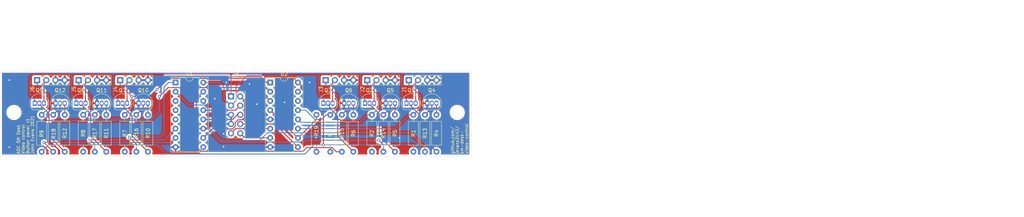
<source format=kicad_pcb>
(kicad_pcb (version 20171130) (host pcbnew "(5.1.4-0-10_14)")
  (layers (0 F.Cu signal) (31 B.Cu signal) (34 B.Paste user hide) (35 F.Paste user hide) (36 B.SilkS user hide) (37 F.SilkS user) (38 B.Mask user hide) (39 F.Mask user hide) (44 Edge.Cuts user))
  (net 0 "")
  (net 1 /SW_1)
  (net 2 "Net-(J1-Pad2)")
  (net 3 GND)
  (net 4 "Net-(J2-Pad2)")
  (net 5 /SW_2)
  (net 6 /SW_3)
  (net 7 "Net-(J3-Pad2)")
  (net 8 "Net-(J4-Pad2)")
  (net 9 /SW_4)
  (net 10 /SW_5)
  (net 11 "Net-(J5-Pad2)")
  (net 12 "Net-(J6-Pad2)")
  (net 13 /SW_6)
  (net 14 +7.5V)
  (net 15 "Net-(J7-Pad2)")
  (net 16 +3V3)
  (net 17 "Net-(J7-Pad4)")
  (net 18 "Net-(J7-Pad6)")
  (net 19 "Net-(J7-Pad8)")
  (net 20 "Net-(J7-Pad9)")
  (net 21 "Net-(J7-Pad10)")
  (net 22 "Net-(Q1-Pad2)")
  (net 23 "Net-(Q2-Pad2)")
  (net 24 "Net-(Q3-Pad2)")
  (net 25 /LED_1)
  (net 26 "Net-(Q4-Pad3)")
  (net 27 "Net-(Q5-Pad3)")
  (net 28 /LED_2)
  (net 29 /LED_3)
  (net 30 "Net-(Q6-Pad3)")
  (net 31 "Net-(Q7-Pad2)")
  (net 32 "Net-(Q8-Pad2)")
  (net 33 "Net-(Q9-Pad2)")
  (net 34 "Net-(Q10-Pad3)")
  (net 35 /LED_4)
  (net 36 /LED_5)
  (net 37 "Net-(Q11-Pad3)")
  (net 38 "Net-(Q12-Pad3)")
  (net 39 /LED_6)
  (net 40 "Net-(R13-Pad2)")
  (net 41 "Net-(R14-Pad2)")
  (net 42 "Net-(R15-Pad2)")
  (net 43 "Net-(R16-Pad2)")
  (net 44 "Net-(R17-Pad2)")
  (net 45 "Net-(R18-Pad2)")
  (net 46 "Net-(R19-Pad2)")
  (net 47 "Net-(U1-Pad5)")
  (net 48 "Net-(U1-Pad4)")
  (net 49 "Net-(U1-Pad3)")
  (net 50 "Net-(U1-Pad9)")
  (net 51 "Net-(U2-Pad14)")
  (net 52 "Net-(U2-Pad15)")
  (module Resistor_THT:R_Axial_DIN0207_L6.3mm_D2.5mm_P10.16mm_Horizontal (layer F.Cu) (at 42.905 65.195 270)
    (fp_text reference R9 (at 5.207 0 90) (layer F.SilkS))
    (fp_text value 4.7K)
    (pad 1 thru_hole circle (at 0 0 270) (size 1.6 1.6) (drill 0.8) (layers *.Cu *.Mask) (net 13 /SW_6))
    (pad 2 thru_hole oval (at 10.16 0 270) (size 1.6 1.6) (drill 0.8) (layers *.Cu *.Mask) (net 16 +3V3))
  )
  (module Package_DIP:DIP-16_W7.62mm_Socket (layer F.Cu) (at 105.77 56.305)
    (fp_text reference U2 (at 3.81 -2.33) (layer F.SilkS))
    (fp_text value SN74HC148)
    (pad 1 thru_hole rect (at 0 0) (size 1.6 1.6) (drill 0.8) (layers *.Cu *.Mask) (net 9 /SW_4))
    (pad 9 thru_hole oval (at 7.62 17.78) (size 1.6 1.6) (drill 0.8) (layers *.Cu *.Mask) (net 19 "Net-(J7-Pad8)"))
    (pad 2 thru_hole oval (at 0 2.54) (size 1.6 1.6) (drill 0.8) (layers *.Cu *.Mask) (net 10 /SW_5))
    (pad 10 thru_hole oval (at 7.62 15.24) (size 1.6 1.6) (drill 0.8) (layers *.Cu *.Mask) (net 46 "Net-(R19-Pad2)"))
    (pad 3 thru_hole oval (at 0 5.08) (size 1.6 1.6) (drill 0.8) (layers *.Cu *.Mask) (net 13 /SW_6))
    (pad 11 thru_hole oval (at 7.62 12.7) (size 1.6 1.6) (drill 0.8) (layers *.Cu *.Mask) (net 1 /SW_1))
    (pad 4 thru_hole oval (at 0 7.62) (size 1.6 1.6) (drill 0.8) (layers *.Cu *.Mask) (net 46 "Net-(R19-Pad2)"))
    (pad 12 thru_hole oval (at 7.62 10.16) (size 1.6 1.6) (drill 0.8) (layers *.Cu *.Mask) (net 5 /SW_2))
    (pad 5 thru_hole oval (at 0 10.16) (size 1.6 1.6) (drill 0.8) (layers *.Cu *.Mask) (net 3 GND))
    (pad 13 thru_hole oval (at 7.62 7.62) (size 1.6 1.6) (drill 0.8) (layers *.Cu *.Mask) (net 6 /SW_3))
    (pad 6 thru_hole oval (at 0 12.7) (size 1.6 1.6) (drill 0.8) (layers *.Cu *.Mask) (net 20 "Net-(J7-Pad9)"))
    (pad 14 thru_hole oval (at 7.62 5.08) (size 1.6 1.6) (drill 0.8) (layers *.Cu *.Mask) (net 51 "Net-(U2-Pad14)"))
    (pad 7 thru_hole oval (at 0 15.24) (size 1.6 1.6) (drill 0.8) (layers *.Cu *.Mask) (net 21 "Net-(J7-Pad10)"))
    (pad 15 thru_hole oval (at 7.62 2.54) (size 1.6 1.6) (drill 0.8) (layers *.Cu *.Mask) (net 52 "Net-(U2-Pad15)"))
    (pad 8 thru_hole oval (at 0 17.78) (size 1.6 1.6) (drill 0.8) (layers *.Cu *.Mask) (net 3 GND))
    (pad 16 thru_hole oval (at 7.62 0) (size 1.6 1.6) (drill 0.8) (layers *.Cu *.Mask) (net 16 +3V3))
  )
  (module Package_TO_SOT_THT:TO-92_Inline (layer F.Cu) (at 120.375 62.02)
    (fp_text reference Q3 (at 1.27 -3.56) (layer F.SilkS))
    (fp_text value 2N3906)
    (pad 2 thru_hole oval (at 1.27 0) (size 1.05 1.5) (drill 0.75) (layers *.Cu *.Mask) (net 24 "Net-(Q3-Pad2)"))
    (pad 3 thru_hole oval (at 2.54 0) (size 1.05 1.5) (drill 0.75) (layers *.Cu *.Mask) (net 7 "Net-(J3-Pad2)"))
    (pad 1 thru_hole rect (at 0 0) (size 1.05 1.5) (drill 0.75) (layers *.Cu *.Mask) (net 14 +7.5V))
  )
  (module Connector_PinHeader_2.54mm:PinHeader_AWHW_2x05_P2.54mm_Vertical (layer F.Cu) (at 94.975 60.115)
    (fp_text reference J7 (at 1.27 -5.715) (layer F.SilkS))
    (fp_text value Conn_02x05_Odd_Even)
    (pad 10 thru_hole oval (at 2.54 10.16) (size 1.7 1.7) (drill 1) (layers *.Cu *.Mask) (net 21 "Net-(J7-Pad10)"))
    (pad 9 thru_hole oval (at 0 10.16) (size 1.7 1.7) (drill 1) (layers *.Cu *.Mask) (net 20 "Net-(J7-Pad9)"))
    (pad 8 thru_hole oval (at 2.54 7.62) (size 1.7 1.7) (drill 1) (layers *.Cu *.Mask) (net 19 "Net-(J7-Pad8)"))
    (pad 7 thru_hole oval (at 0 7.62) (size 1.7 1.7) (drill 1) (layers *.Cu *.Mask) (net 3 GND))
    (pad 6 thru_hole oval (at 2.54 5.08) (size 1.7 1.7) (drill 1) (layers *.Cu *.Mask) (net 18 "Net-(J7-Pad6)"))
    (pad 5 thru_hole oval (at 0 5.08) (size 1.7 1.7) (drill 1) (layers *.Cu *.Mask) (net 3 GND))
    (pad 4 thru_hole oval (at 2.54 2.54) (size 1.7 1.7) (drill 1) (layers *.Cu *.Mask) (net 17 "Net-(J7-Pad4)"))
    (pad 3 thru_hole oval (at 0 2.54) (size 1.7 1.7) (drill 1) (layers *.Cu *.Mask) (net 16 +3V3))
    (pad 2 thru_hole oval (at 2.54 0) (size 1.7 1.7) (drill 1) (layers *.Cu *.Mask) (net 15 "Net-(J7-Pad2)"))
    (pad 1 thru_hole rect (at 0 0) (size 1.7 1.7) (drill 1) (layers *.Cu *.Mask) (net 14 +7.5V))
  )
  (module MountingHole:MountingHole_3.2mm_M3 (layer F.Cu) (at 35.285 64.56)
    (fp_text reference REF** hide)
    (fp_text value MountingHole_3.2mm_M3)
    (pad 1 np_thru_hole circle (at 0 0) (size 3.2 3.2) (drill 3.2) (layers *.Cu *.Mask))
  )
  (module MountingHole:MountingHole_3.2mm_M3 (layer F.Cu) (at 157.205 64.56)
    (fp_text reference REF** hide)
    (fp_text value MountingHole_3.2mm_M3)
    (pad 1 np_thru_hole circle (at 0 0) (size 3.2 3.2) (drill 3.2) (layers *.Cu *.Mask))
  )
  (module Connector_PinHeader_2.54mm:PinHeader_1x04_P2.54mm_Vertical (layer F.Cu) (at 143.87 55.67 90)
    (fp_text reference J1 (at -2.54 -1.27 90) (layer F.SilkS))
    (fp_text value Conn_01x04_Female)
    (pad 1 thru_hole rect (at 0 0 90) (size 1.7 1.7) (drill 1) (layers *.Cu *.Mask) (net 1 /SW_1))
    (pad 2 thru_hole oval (at 0 2.54 90) (size 1.7 1.7) (drill 1) (layers *.Cu *.Mask) (net 2 "Net-(J1-Pad2)"))
    (pad 3 thru_hole oval (at 0 5.08 90) (size 1.7 1.7) (drill 1) (layers *.Cu *.Mask) (net 3 GND))
    (pad 4 thru_hole oval (at 0 7.62 90) (size 1.7 1.7) (drill 1) (layers *.Cu *.Mask) (net 3 GND))
  )
  (module Connector_PinHeader_2.54mm:PinHeader_1x04_P2.54mm_Vertical (layer F.Cu) (at 132.44 55.67 90)
    (fp_text reference J2 (at -2.54 -1.27 90) (layer F.SilkS))
    (fp_text value Conn_01x04_Female)
    (pad 4 thru_hole oval (at 0 7.62 90) (size 1.7 1.7) (drill 1) (layers *.Cu *.Mask) (net 3 GND))
    (pad 3 thru_hole oval (at 0 5.08 90) (size 1.7 1.7) (drill 1) (layers *.Cu *.Mask) (net 3 GND))
    (pad 2 thru_hole oval (at 0 2.54 90) (size 1.7 1.7) (drill 1) (layers *.Cu *.Mask) (net 4 "Net-(J2-Pad2)"))
    (pad 1 thru_hole rect (at 0 0 90) (size 1.7 1.7) (drill 1) (layers *.Cu *.Mask) (net 5 /SW_2))
  )
  (module Connector_PinHeader_2.54mm:PinHeader_1x04_P2.54mm_Vertical (layer F.Cu) (at 121.01 55.67 90)
    (fp_text reference J3 (at -2.54 -1.27 90) (layer F.SilkS))
    (fp_text value Conn_01x04_Female)
    (pad 1 thru_hole rect (at 0 0 90) (size 1.7 1.7) (drill 1) (layers *.Cu *.Mask) (net 6 /SW_3))
    (pad 2 thru_hole oval (at 0 2.54 90) (size 1.7 1.7) (drill 1) (layers *.Cu *.Mask) (net 7 "Net-(J3-Pad2)"))
    (pad 3 thru_hole oval (at 0 5.08 90) (size 1.7 1.7) (drill 1) (layers *.Cu *.Mask) (net 3 GND))
    (pad 4 thru_hole oval (at 0 7.62 90) (size 1.7 1.7) (drill 1) (layers *.Cu *.Mask) (net 3 GND))
  )
  (module Connector_PinHeader_2.54mm:PinHeader_1x04_P2.54mm_Vertical (layer F.Cu) (at 64.495 55.67 90)
    (fp_text reference J4 (at -2.54 -1.27 90) (layer F.SilkS))
    (fp_text value Conn_01x04_Female)
    (pad 4 thru_hole oval (at 0 7.62 90) (size 1.7 1.7) (drill 1) (layers *.Cu *.Mask) (net 3 GND))
    (pad 3 thru_hole oval (at 0 5.08 90) (size 1.7 1.7) (drill 1) (layers *.Cu *.Mask) (net 3 GND))
    (pad 2 thru_hole oval (at 0 2.54 90) (size 1.7 1.7) (drill 1) (layers *.Cu *.Mask) (net 8 "Net-(J4-Pad2)"))
    (pad 1 thru_hole rect (at 0 0 90) (size 1.7 1.7) (drill 1) (layers *.Cu *.Mask) (net 9 /SW_4))
  )
  (module Connector_PinHeader_2.54mm:PinHeader_1x04_P2.54mm_Vertical (layer F.Cu) (at 53.065 55.67 90)
    (fp_text reference J5 (at -2.54 -1.27 90) (layer F.SilkS))
    (fp_text value Conn_01x04_Female)
    (pad 1 thru_hole rect (at 0 0 90) (size 1.7 1.7) (drill 1) (layers *.Cu *.Mask) (net 10 /SW_5))
    (pad 2 thru_hole oval (at 0 2.54 90) (size 1.7 1.7) (drill 1) (layers *.Cu *.Mask) (net 11 "Net-(J5-Pad2)"))
    (pad 3 thru_hole oval (at 0 5.08 90) (size 1.7 1.7) (drill 1) (layers *.Cu *.Mask) (net 3 GND))
    (pad 4 thru_hole oval (at 0 7.62 90) (size 1.7 1.7) (drill 1) (layers *.Cu *.Mask) (net 3 GND))
  )
  (module Connector_PinHeader_2.54mm:PinHeader_1x04_P2.54mm_Vertical (layer F.Cu) (at 41.635 55.67 90)
    (fp_text reference J6 (at -2.54 -1.27 90) (layer F.SilkS))
    (fp_text value Conn_01x04_Female)
    (pad 4 thru_hole oval (at 0 7.62 90) (size 1.7 1.7) (drill 1) (layers *.Cu *.Mask) (net 3 GND))
    (pad 3 thru_hole oval (at 0 5.08 90) (size 1.7 1.7) (drill 1) (layers *.Cu *.Mask) (net 3 GND))
    (pad 2 thru_hole oval (at 0 2.54 90) (size 1.7 1.7) (drill 1) (layers *.Cu *.Mask) (net 12 "Net-(J6-Pad2)"))
    (pad 1 thru_hole rect (at 0 0 90) (size 1.7 1.7) (drill 1) (layers *.Cu *.Mask) (net 13 /SW_6))
  )
  (module Package_TO_SOT_THT:TO-92_Inline (layer F.Cu) (at 143.235 62.02)
    (fp_text reference Q1 (at 1.27 -3.56) (layer F.SilkS))
    (fp_text value 2N3906)
    (pad 2 thru_hole oval (at 1.27 0) (size 1.05 1.5) (drill 0.75) (layers *.Cu *.Mask) (net 22 "Net-(Q1-Pad2)"))
    (pad 3 thru_hole oval (at 2.54 0) (size 1.05 1.5) (drill 0.75) (layers *.Cu *.Mask) (net 2 "Net-(J1-Pad2)"))
    (pad 1 thru_hole rect (at 0 0) (size 1.05 1.5) (drill 0.75) (layers *.Cu *.Mask) (net 14 +7.5V))
  )
  (module Package_TO_SOT_THT:TO-92_Inline (layer F.Cu) (at 131.805 62.02)
    (fp_text reference Q2 (at 1.27 -3.56) (layer F.SilkS))
    (fp_text value 2N3906)
    (pad 2 thru_hole oval (at 1.27 0) (size 1.05 1.5) (drill 0.75) (layers *.Cu *.Mask) (net 23 "Net-(Q2-Pad2)"))
    (pad 3 thru_hole oval (at 2.54 0) (size 1.05 1.5) (drill 0.75) (layers *.Cu *.Mask) (net 4 "Net-(J2-Pad2)"))
    (pad 1 thru_hole rect (at 0 0) (size 1.05 1.5) (drill 0.75) (layers *.Cu *.Mask) (net 14 +7.5V))
  )
  (module Package_TO_SOT_THT:TO-92_Inline (layer F.Cu) (at 148.95 62.02)
    (fp_text reference Q4 (at 1.27 -3.56) (layer F.SilkS))
    (fp_text value KSP43BU)
    (pad 2 thru_hole oval (at 1.27 0) (size 1.05 1.5) (drill 0.75) (layers *.Cu *.Mask) (net 25 /LED_1))
    (pad 3 thru_hole oval (at 2.54 0) (size 1.05 1.5) (drill 0.75) (layers *.Cu *.Mask) (net 26 "Net-(Q4-Pad3)"))
    (pad 1 thru_hole rect (at 0 0) (size 1.05 1.5) (drill 0.75) (layers *.Cu *.Mask) (net 3 GND))
  )
  (module Package_TO_SOT_THT:TO-92_Inline (layer F.Cu) (at 137.52 62.02)
    (fp_text reference Q5 (at 1.27 -3.56) (layer F.SilkS))
    (fp_text value KSP43BU)
    (pad 1 thru_hole rect (at 0 0) (size 1.05 1.5) (drill 0.75) (layers *.Cu *.Mask) (net 3 GND))
    (pad 3 thru_hole oval (at 2.54 0) (size 1.05 1.5) (drill 0.75) (layers *.Cu *.Mask) (net 27 "Net-(Q5-Pad3)"))
    (pad 2 thru_hole oval (at 1.27 0) (size 1.05 1.5) (drill 0.75) (layers *.Cu *.Mask) (net 28 /LED_2))
  )
  (module Package_TO_SOT_THT:TO-92_Inline (layer F.Cu) (at 126.09 62.02)
    (fp_text reference Q6 (at 1.27 -3.56) (layer F.SilkS))
    (fp_text value KSP43BU)
    (pad 2 thru_hole oval (at 1.27 0) (size 1.05 1.5) (drill 0.75) (layers *.Cu *.Mask) (net 29 /LED_3))
    (pad 3 thru_hole oval (at 2.54 0) (size 1.05 1.5) (drill 0.75) (layers *.Cu *.Mask) (net 30 "Net-(Q6-Pad3)"))
    (pad 1 thru_hole rect (at 0 0) (size 1.05 1.5) (drill 0.75) (layers *.Cu *.Mask) (net 3 GND))
  )
  (module Package_TO_SOT_THT:TO-92_Inline (layer F.Cu) (at 63.86 62.02)
    (fp_text reference Q7 (at 1.27 -3.56) (layer F.SilkS))
    (fp_text value 2N3906)
    (pad 1 thru_hole rect (at 0 0) (size 1.05 1.5) (drill 0.75) (layers *.Cu *.Mask) (net 14 +7.5V))
    (pad 3 thru_hole oval (at 2.54 0) (size 1.05 1.5) (drill 0.75) (layers *.Cu *.Mask) (net 8 "Net-(J4-Pad2)"))
    (pad 2 thru_hole oval (at 1.27 0) (size 1.05 1.5) (drill 0.75) (layers *.Cu *.Mask) (net 31 "Net-(Q7-Pad2)"))
  )
  (module Package_TO_SOT_THT:TO-92_Inline (layer F.Cu) (at 52.43 62.02)
    (fp_text reference Q8 (at 1.27 -3.56) (layer F.SilkS))
    (fp_text value 2N3906)
    (pad 1 thru_hole rect (at 0 0) (size 1.05 1.5) (drill 0.75) (layers *.Cu *.Mask) (net 14 +7.5V))
    (pad 3 thru_hole oval (at 2.54 0) (size 1.05 1.5) (drill 0.75) (layers *.Cu *.Mask) (net 11 "Net-(J5-Pad2)"))
    (pad 2 thru_hole oval (at 1.27 0) (size 1.05 1.5) (drill 0.75) (layers *.Cu *.Mask) (net 32 "Net-(Q8-Pad2)"))
  )
  (module Package_TO_SOT_THT:TO-92_Inline (layer F.Cu) (at 41 62.02)
    (fp_text reference Q9 (at 1.27 -3.56) (layer F.SilkS))
    (fp_text value 2N3906)
    (pad 1 thru_hole rect (at 0 0) (size 1.05 1.5) (drill 0.75) (layers *.Cu *.Mask) (net 14 +7.5V))
    (pad 3 thru_hole oval (at 2.54 0) (size 1.05 1.5) (drill 0.75) (layers *.Cu *.Mask) (net 12 "Net-(J6-Pad2)"))
    (pad 2 thru_hole oval (at 1.27 0) (size 1.05 1.5) (drill 0.75) (layers *.Cu *.Mask) (net 33 "Net-(Q9-Pad2)"))
  )
  (module Package_TO_SOT_THT:TO-92_Inline (layer F.Cu) (at 69.575 62.02)
    (fp_text reference Q10 (at 1.27 -3.56) (layer F.SilkS))
    (fp_text value KSP43BU)
    (pad 1 thru_hole rect (at 0 0) (size 1.05 1.5) (drill 0.75) (layers *.Cu *.Mask) (net 3 GND))
    (pad 3 thru_hole oval (at 2.54 0) (size 1.05 1.5) (drill 0.75) (layers *.Cu *.Mask) (net 34 "Net-(Q10-Pad3)"))
    (pad 2 thru_hole oval (at 1.27 0) (size 1.05 1.5) (drill 0.75) (layers *.Cu *.Mask) (net 35 /LED_4))
  )
  (module Package_TO_SOT_THT:TO-92_Inline (layer F.Cu) (at 58.145 62.02)
    (fp_text reference Q11 (at 1.27 -3.56) (layer F.SilkS))
    (fp_text value KSP43BU)
    (pad 2 thru_hole oval (at 1.27 0) (size 1.05 1.5) (drill 0.75) (layers *.Cu *.Mask) (net 36 /LED_5))
    (pad 3 thru_hole oval (at 2.54 0) (size 1.05 1.5) (drill 0.75) (layers *.Cu *.Mask) (net 37 "Net-(Q11-Pad3)"))
    (pad 1 thru_hole rect (at 0 0) (size 1.05 1.5) (drill 0.75) (layers *.Cu *.Mask) (net 3 GND))
  )
  (module Package_TO_SOT_THT:TO-92_Inline (layer F.Cu) (at 46.715 62.02)
    (fp_text reference Q12 (at 1.27 -3.56) (layer F.SilkS))
    (fp_text value KSP43BU)
    (pad 1 thru_hole rect (at 0 0) (size 1.05 1.5) (drill 0.75) (layers *.Cu *.Mask) (net 3 GND))
    (pad 3 thru_hole oval (at 2.54 0) (size 1.05 1.5) (drill 0.75) (layers *.Cu *.Mask) (net 38 "Net-(Q12-Pad3)"))
    (pad 2 thru_hole oval (at 1.27 0) (size 1.05 1.5) (drill 0.75) (layers *.Cu *.Mask) (net 39 /LED_6))
  )
  (module Resistor_THT:R_Axial_DIN0207_L6.3mm_D2.5mm_P10.16mm_Horizontal (layer F.Cu) (at 145.14 65.195 270)
    (fp_text reference R1 (at 5.08 0 90) (layer F.SilkS))
    (fp_text value 4.7K)
    (pad 2 thru_hole oval (at 10.16 0 270) (size 1.6 1.6) (drill 0.8) (layers *.Cu *.Mask) (net 16 +3V3))
    (pad 1 thru_hole circle (at 0 0 270) (size 1.6 1.6) (drill 0.8) (layers *.Cu *.Mask) (net 1 /SW_1))
  )
  (module Resistor_THT:R_Axial_DIN0207_L6.3mm_D2.5mm_P10.16mm_Horizontal (layer F.Cu) (at 133.71 65.195 270)
    (fp_text reference R2 (at 5.08 0 90) (layer F.SilkS))
    (fp_text value 4.7K)
    (pad 2 thru_hole oval (at 10.16 0 270) (size 1.6 1.6) (drill 0.8) (layers *.Cu *.Mask) (net 16 +3V3))
    (pad 1 thru_hole circle (at 0 0 270) (size 1.6 1.6) (drill 0.8) (layers *.Cu *.Mask) (net 5 /SW_2))
  )
  (module Resistor_THT:R_Axial_DIN0207_L6.3mm_D2.5mm_P10.16mm_Horizontal (layer F.Cu) (at 122.28 65.195 270)
    (fp_text reference R3 (at 5.08 0 90) (layer F.SilkS))
    (fp_text value 4.7K)
    (pad 1 thru_hole circle (at 0 0 270) (size 1.6 1.6) (drill 0.8) (layers *.Cu *.Mask) (net 6 /SW_3))
    (pad 2 thru_hole oval (at 10.16 0 270) (size 1.6 1.6) (drill 0.8) (layers *.Cu *.Mask) (net 16 +3V3))
  )
  (module Resistor_THT:R_Axial_DIN0207_L6.3mm_D2.5mm_P10.16mm_Horizontal (layer F.Cu) (at 151.49 65.195 270)
    (fp_text reference R4 (at 5.08 0 90) (layer F.SilkS))
    (fp_text value 4.7K)
    (pad 2 thru_hole oval (at 10.16 0 270) (size 1.6 1.6) (drill 0.8) (layers *.Cu *.Mask) (net 22 "Net-(Q1-Pad2)"))
    (pad 1 thru_hole circle (at 0 0 270) (size 1.6 1.6) (drill 0.8) (layers *.Cu *.Mask) (net 26 "Net-(Q4-Pad3)"))
  )
  (module Resistor_THT:R_Axial_DIN0207_L6.3mm_D2.5mm_P10.16mm_Horizontal (layer F.Cu) (at 140.06 65.195 270)
    (fp_text reference R5 (at 5.08 0 90) (layer F.SilkS))
    (fp_text value 4.7K)
    (pad 2 thru_hole oval (at 10.16 0 270) (size 1.6 1.6) (drill 0.8) (layers *.Cu *.Mask) (net 23 "Net-(Q2-Pad2)"))
    (pad 1 thru_hole circle (at 0 0 270) (size 1.6 1.6) (drill 0.8) (layers *.Cu *.Mask) (net 27 "Net-(Q5-Pad3)"))
  )
  (module Resistor_THT:R_Axial_DIN0207_L6.3mm_D2.5mm_P10.16mm_Horizontal (layer F.Cu) (at 128.63 65.195 270)
    (fp_text reference R6 (at 5.08 0 90) (layer F.SilkS))
    (fp_text value 4.7K)
    (pad 1 thru_hole circle (at 0 0 270) (size 1.6 1.6) (drill 0.8) (layers *.Cu *.Mask) (net 30 "Net-(Q6-Pad3)"))
    (pad 2 thru_hole oval (at 10.16 0 270) (size 1.6 1.6) (drill 0.8) (layers *.Cu *.Mask) (net 24 "Net-(Q3-Pad2)"))
  )
  (module Resistor_THT:R_Axial_DIN0207_L6.3mm_D2.5mm_P10.16mm_Horizontal (layer F.Cu) (at 65.765 65.195 270)
    (fp_text reference R7 (at 5.08 0 90) (layer F.SilkS))
    (fp_text value 4.7K)
    (pad 1 thru_hole circle (at 0 0 270) (size 1.6 1.6) (drill 0.8) (layers *.Cu *.Mask) (net 9 /SW_4))
    (pad 2 thru_hole oval (at 10.16 0 270) (size 1.6 1.6) (drill 0.8) (layers *.Cu *.Mask) (net 16 +3V3))
  )
  (module Resistor_THT:R_Axial_DIN0207_L6.3mm_D2.5mm_P10.16mm_Horizontal (layer F.Cu) (at 54.335 65.195 270)
    (fp_text reference R8 (at 5.08 0 90) (layer F.SilkS))
    (fp_text value 4.7K)
    (pad 1 thru_hole circle (at 0 0 270) (size 1.6 1.6) (drill 0.8) (layers *.Cu *.Mask) (net 10 /SW_5))
    (pad 2 thru_hole oval (at 10.16 0 270) (size 1.6 1.6) (drill 0.8) (layers *.Cu *.Mask) (net 16 +3V3))
  )
  (module Resistor_THT:R_Axial_DIN0207_L6.3mm_D2.5mm_P10.16mm_Horizontal (layer F.Cu) (at 72.115 65.195 270)
    (fp_text reference R10 (at 5.08 0 90) (layer F.SilkS))
    (fp_text value 4.7K)
    (pad 1 thru_hole circle (at 0 0 270) (size 1.6 1.6) (drill 0.8) (layers *.Cu *.Mask) (net 34 "Net-(Q10-Pad3)"))
    (pad 2 thru_hole oval (at 10.16 0 270) (size 1.6 1.6) (drill 0.8) (layers *.Cu *.Mask) (net 31 "Net-(Q7-Pad2)"))
  )
  (module Resistor_THT:R_Axial_DIN0207_L6.3mm_D2.5mm_P10.16mm_Horizontal (layer F.Cu) (at 60.685 65.195 270)
    (fp_text reference R11 (at 5.08 0 90) (layer F.SilkS))
    (fp_text value 4.7K)
    (pad 1 thru_hole circle (at 0 0 270) (size 1.6 1.6) (drill 0.8) (layers *.Cu *.Mask) (net 37 "Net-(Q11-Pad3)"))
    (pad 2 thru_hole oval (at 10.16 0 270) (size 1.6 1.6) (drill 0.8) (layers *.Cu *.Mask) (net 32 "Net-(Q8-Pad2)"))
  )
  (module Resistor_THT:R_Axial_DIN0207_L6.3mm_D2.5mm_P10.16mm_Horizontal (layer F.Cu) (at 49.255 65.195 270)
    (fp_text reference R12 (at 5.08 0 90) (layer F.SilkS))
    (fp_text value 4.7K)
    (pad 2 thru_hole oval (at 10.16 0 270) (size 1.6 1.6) (drill 0.8) (layers *.Cu *.Mask) (net 33 "Net-(Q9-Pad2)"))
    (pad 1 thru_hole circle (at 0 0 270) (size 1.6 1.6) (drill 0.8) (layers *.Cu *.Mask) (net 38 "Net-(Q12-Pad3)"))
  )
  (module Resistor_THT:R_Axial_DIN0207_L6.3mm_D2.5mm_P10.16mm_Horizontal (layer F.Cu) (at 148.315 65.195 270)
    (fp_text reference R13 (at 5.08 0 90) (layer F.SilkS))
    (fp_text value 4.7K)
    (pad 2 thru_hole oval (at 10.16 0 270) (size 1.6 1.6) (drill 0.8) (layers *.Cu *.Mask) (net 40 "Net-(R13-Pad2)"))
    (pad 1 thru_hole circle (at 0 0 270) (size 1.6 1.6) (drill 0.8) (layers *.Cu *.Mask) (net 25 /LED_1))
  )
  (module Resistor_THT:R_Axial_DIN0207_L6.3mm_D2.5mm_P10.16mm_Horizontal (layer F.Cu) (at 136.885 65.195 270)
    (fp_text reference R14 (at 5.08 0 90) (layer F.SilkS))
    (fp_text value 4.7K)
    (pad 1 thru_hole circle (at 0 0 270) (size 1.6 1.6) (drill 0.8) (layers *.Cu *.Mask) (net 28 /LED_2))
    (pad 2 thru_hole oval (at 10.16 0 270) (size 1.6 1.6) (drill 0.8) (layers *.Cu *.Mask) (net 41 "Net-(R14-Pad2)"))
  )
  (module Resistor_THT:R_Axial_DIN0207_L6.3mm_D2.5mm_P10.16mm_Horizontal (layer F.Cu) (at 125.455 65.195 270)
    (fp_text reference R15 (at 5.08 0 90) (layer F.SilkS))
    (fp_text value 4.7K)
    (pad 2 thru_hole oval (at 10.16 0 270) (size 1.6 1.6) (drill 0.8) (layers *.Cu *.Mask) (net 42 "Net-(R15-Pad2)"))
    (pad 1 thru_hole circle (at 0 0 270) (size 1.6 1.6) (drill 0.8) (layers *.Cu *.Mask) (net 29 /LED_3))
  )
  (module Resistor_THT:R_Axial_DIN0207_L6.3mm_D2.5mm_P10.16mm_Horizontal (layer F.Cu) (at 68.94 65.195 270)
    (fp_text reference R16 (at 5.08 0 90) (layer F.SilkS))
    (fp_text value 4.7K)
    (pad 1 thru_hole circle (at 0 0 270) (size 1.6 1.6) (drill 0.8) (layers *.Cu *.Mask) (net 35 /LED_4))
    (pad 2 thru_hole oval (at 10.16 0 270) (size 1.6 1.6) (drill 0.8) (layers *.Cu *.Mask) (net 43 "Net-(R16-Pad2)"))
  )
  (module Resistor_THT:R_Axial_DIN0207_L6.3mm_D2.5mm_P10.16mm_Horizontal (layer F.Cu) (at 57.51 65.195 270)
    (fp_text reference R17 (at 5.08 0 90) (layer F.SilkS))
    (fp_text value 4.7K)
    (pad 2 thru_hole oval (at 10.16 0 270) (size 1.6 1.6) (drill 0.8) (layers *.Cu *.Mask) (net 44 "Net-(R17-Pad2)"))
    (pad 1 thru_hole circle (at 0 0 270) (size 1.6 1.6) (drill 0.8) (layers *.Cu *.Mask) (net 36 /LED_5))
  )
  (module Resistor_THT:R_Axial_DIN0207_L6.3mm_D2.5mm_P10.16mm_Horizontal (layer F.Cu) (at 46.08 65.195 270)
    (fp_text reference R18 (at 5.207 -0.127 90) (layer F.SilkS))
    (fp_text value 4.7K)
    (pad 1 thru_hole circle (at 0 0 270) (size 1.6 1.6) (drill 0.8) (layers *.Cu *.Mask) (net 39 /LED_6))
    (pad 2 thru_hole oval (at 10.16 0 270) (size 1.6 1.6) (drill 0.8) (layers *.Cu *.Mask) (net 45 "Net-(R18-Pad2)"))
  )
  (module Resistor_THT:R_Axial_DIN0207_L6.3mm_D2.5mm_P10.16mm_Horizontal (layer F.Cu) (at 118.47 75.355 90)
    (fp_text reference R19 (at 5.715 0 90) (layer F.SilkS))
    (fp_text value 4.7K)
    (pad 2 thru_hole oval (at 10.16 0 90) (size 1.6 1.6) (drill 0.8) (layers *.Cu *.Mask) (net 46 "Net-(R19-Pad2)"))
    (pad 1 thru_hole circle (at 0 0 90) (size 1.6 1.6) (drill 0.8) (layers *.Cu *.Mask) (net 16 +3V3))
  )
  (module Package_DIP:DIP-16_W7.62mm_Socket (layer F.Cu) (at 79.735 56.305)
    (fp_text reference U1 (at 3.81 -2.33) (layer F.SilkS))
    (fp_text value CD4028BEE4)
    (pad 16 thru_hole oval (at 7.62 0) (size 1.6 1.6) (drill 0.8) (layers *.Cu *.Mask) (net 16 +3V3))
    (pad 8 thru_hole oval (at 0 17.78) (size 1.6 1.6) (drill 0.8) (layers *.Cu *.Mask) (net 3 GND))
    (pad 15 thru_hole oval (at 7.62 2.54) (size 1.6 1.6) (drill 0.8) (layers *.Cu *.Mask) (net 42 "Net-(R15-Pad2)"))
    (pad 7 thru_hole oval (at 0 15.24) (size 1.6 1.6) (drill 0.8) (layers *.Cu *.Mask) (net 45 "Net-(R18-Pad2)"))
    (pad 14 thru_hole oval (at 7.62 5.08) (size 1.6 1.6) (drill 0.8) (layers *.Cu *.Mask) (net 40 "Net-(R13-Pad2)"))
    (pad 6 thru_hole oval (at 0 12.7) (size 1.6 1.6) (drill 0.8) (layers *.Cu *.Mask) (net 44 "Net-(R17-Pad2)"))
    (pad 13 thru_hole oval (at 7.62 7.62) (size 1.6 1.6) (drill 0.8) (layers *.Cu *.Mask) (net 17 "Net-(J7-Pad4)"))
    (pad 5 thru_hole oval (at 0 10.16) (size 1.6 1.6) (drill 0.8) (layers *.Cu *.Mask) (net 47 "Net-(U1-Pad5)"))
    (pad 12 thru_hole oval (at 7.62 10.16) (size 1.6 1.6) (drill 0.8) (layers *.Cu *.Mask) (net 18 "Net-(J7-Pad6)"))
    (pad 4 thru_hole oval (at 0 7.62) (size 1.6 1.6) (drill 0.8) (layers *.Cu *.Mask) (net 48 "Net-(U1-Pad4)"))
    (pad 11 thru_hole oval (at 7.62 12.7) (size 1.6 1.6) (drill 0.8) (layers *.Cu *.Mask) (net 3 GND))
    (pad 3 thru_hole oval (at 0 5.08) (size 1.6 1.6) (drill 0.8) (layers *.Cu *.Mask) (net 49 "Net-(U1-Pad3)"))
    (pad 10 thru_hole oval (at 7.62 15.24) (size 1.6 1.6) (drill 0.8) (layers *.Cu *.Mask) (net 15 "Net-(J7-Pad2)"))
    (pad 2 thru_hole oval (at 0 2.54) (size 1.6 1.6) (drill 0.8) (layers *.Cu *.Mask) (net 41 "Net-(R14-Pad2)"))
    (pad 9 thru_hole oval (at 7.62 17.78) (size 1.6 1.6) (drill 0.8) (layers *.Cu *.Mask) (net 50 "Net-(U1-Pad9)"))
    (pad 1 thru_hole rect (at 0 0) (size 1.6 1.6) (drill 0.8) (layers *.Cu *.Mask) (net 43 "Net-(R16-Pad2)"))
  )
  (gr_text "github.com/\njevans3142/\nsm-desk-\nvideo-control" (at 157.84 75.99 90) (layer F.SilkS) (effects (font (size 0.8 0.8) (thickness 0.125)) (justify left)))
  (gr_text "ADC SM Desk \nVideo control\nButton panel v1\nJohn Evans 2021" (at 38.46 75.99 90) (layer F.SilkS) (effects (font (size 0.8 0.8) (thickness 0.125)) (justify left)))
  (gr_line (start 31.475 53.13) (end 31.475 76.625) (layer Edge.Cuts) (width 0.05))
  (gr_line (start 31.475 76.625) (end 161.015 76.625) (layer Edge.Cuts) (width 0.05))
  (gr_line (start 161.015 53.13) (end 31.475 53.13) (layer Edge.Cuts) (width 0.05))
  (gr_line (start 161.015 76.625) (end 161.015 53.13) (layer Edge.Cuts) (width 0.05))
  (segment (start 143.87 56.77) (end 147.045 59.945) (width 0.25) (layer B.Cu) (net 1))
  (segment (start 143.87 55.67) (end 143.87 56.77) (width 0.25) (layer B.Cu) (net 1))
  (segment (start 147.045 63.29) (end 145.14 65.195) (width 0.25) (layer B.Cu) (net 1))
  (segment (start 147.045 59.945) (end 147.045 63.29) (width 0.25) (layer B.Cu) (net 1))
  (segment (start 140.19863 69.005) (end 114.52137 69.005) (width 0.25) (layer B.Cu) (net 1))
  (segment (start 114.52137 69.005) (end 113.39 69.005) (width 0.25) (layer B.Cu) (net 1))
  (segment (start 144.00863 65.195) (end 140.19863 69.005) (width 0.25) (layer B.Cu) (net 1))
  (segment (start 145.14 65.195) (end 144.00863 65.195) (width 0.25) (layer B.Cu) (net 1))
  (segment (start 145.775 56.305) (end 146.41 55.67) (width 0.25) (layer F.Cu) (net 2))
  (segment (start 145.775 62.02) (end 145.775 56.305) (width 0.25) (layer F.Cu) (net 2))
  (via (at 34.015 55.67) (size 0.8) (drill 0.4) (layers F.Cu B.Cu) (net 3))
  (via (at 34.015 74.085) (size 0.8) (drill 0.4) (layers F.Cu B.Cu) (net 3))
  (via (at 141.33 71.545) (size 0.8) (drill 0.4) (layers F.Cu B.Cu) (net 3))
  (via (at 116.565 56.305) (size 0.8) (drill 0.4) (layers F.Cu B.Cu) (net 3))
  (via (at 90.53 60.75) (size 0.8) (drill 0.4) (layers F.Cu B.Cu) (net 3))
  (via (at 93.705 56.305) (size 0.8) (drill 0.4) (layers F.Cu B.Cu) (net 3))
  (via (at 100.055 56.686) (size 0.8) (drill 0.4) (layers F.Cu B.Cu) (net 3))
  (via (at 102.087 62.274) (size 0.8) (drill 0.4) (layers F.Cu B.Cu) (net 3))
  (via (at 109.707 61.766) (size 0.8) (drill 0.4) (layers F.Cu B.Cu) (net 3))
  (via (at 118.343 71.418) (size 0.8) (drill 0.4) (layers F.Cu B.Cu) (net 3))
  (via (at 92.943 70.402) (size 0.8) (drill 0.4) (layers F.Cu B.Cu) (net 3))
  (via (at 92.943 73.958) (size 0.8) (drill 0.4) (layers F.Cu B.Cu) (net 3))
  (segment (start 134.345 56.305) (end 134.98 55.67) (width 0.25) (layer F.Cu) (net 4))
  (segment (start 134.345 62.02) (end 134.345 56.305) (width 0.25) (layer F.Cu) (net 4))
  (segment (start 132.44 56.77) (end 135.615 59.945) (width 0.25) (layer B.Cu) (net 5))
  (segment (start 132.44 55.67) (end 132.44 56.77) (width 0.25) (layer B.Cu) (net 5))
  (segment (start 135.615 63.29) (end 133.71 65.195) (width 0.25) (layer B.Cu) (net 5))
  (segment (start 135.615 59.945) (end 135.615 63.29) (width 0.25) (layer B.Cu) (net 5))
  (segment (start 114.189999 67.264999) (end 113.39 66.465) (width 0.25) (layer B.Cu) (net 5))
  (segment (start 130.508631 67.264999) (end 114.189999 67.264999) (width 0.25) (layer B.Cu) (net 5))
  (segment (start 132.57863 65.195) (end 130.508631 67.264999) (width 0.25) (layer B.Cu) (net 5))
  (segment (start 133.71 65.195) (end 132.57863 65.195) (width 0.25) (layer B.Cu) (net 5))
  (segment (start 121.01 56.77) (end 124.185 59.945) (width 0.25) (layer B.Cu) (net 6))
  (segment (start 121.01 55.67) (end 121.01 56.77) (width 0.25) (layer B.Cu) (net 6))
  (segment (start 124.185 63.29) (end 122.28 65.195) (width 0.25) (layer B.Cu) (net 6))
  (segment (start 124.185 59.945) (end 124.185 63.29) (width 0.25) (layer B.Cu) (net 6))
  (segment (start 121.14863 65.195) (end 119.87863 66.465) (width 0.25) (layer B.Cu) (net 6))
  (segment (start 122.28 65.195) (end 121.14863 65.195) (width 0.25) (layer B.Cu) (net 6))
  (segment (start 118.074998 66.465) (end 115.534998 63.925) (width 0.25) (layer B.Cu) (net 6))
  (segment (start 119.87863 66.465) (end 118.074998 66.465) (width 0.25) (layer B.Cu) (net 6))
  (segment (start 115.534998 63.925) (end 113.39 63.925) (width 0.25) (layer B.Cu) (net 6))
  (segment (start 122.915 56.305) (end 123.55 55.67) (width 0.25) (layer F.Cu) (net 7))
  (segment (start 122.915 62.02) (end 122.915 56.305) (width 0.25) (layer F.Cu) (net 7))
  (segment (start 66.4 56.305) (end 67.035 55.67) (width 0.25) (layer F.Cu) (net 8))
  (segment (start 66.4 62.02) (end 66.4 56.305) (width 0.25) (layer F.Cu) (net 8))
  (segment (start 64.495 55.67) (end 64.495 56.94) (width 0.25) (layer B.Cu) (net 9))
  (segment (start 64.495 56.94) (end 67.67 60.115) (width 0.25) (layer B.Cu) (net 9))
  (segment (start 67.67 63.29) (end 65.765 65.195) (width 0.25) (layer B.Cu) (net 9))
  (segment (start 67.67 60.115) (end 67.67 63.29) (width 0.25) (layer B.Cu) (net 9))
  (segment (start 105.77 56.305) (end 104.72 56.305) (width 0.25) (layer F.Cu) (net 9))
  (segment (start 103.144989 54.729989) (end 76.865011 54.729989) (width 0.25) (layer F.Cu) (net 9))
  (segment (start 104.72 56.305) (end 103.144989 54.729989) (width 0.25) (layer F.Cu) (net 9))
  (via (at 67.67 60.115) (size 0.8) (drill 0.4) (layers F.Cu B.Cu) (net 9))
  (segment (start 71.48 60.115) (end 67.67 60.115) (width 0.25) (layer F.Cu) (net 9))
  (segment (start 76.865011 54.729989) (end 71.48 60.115) (width 0.25) (layer F.Cu) (net 9))
  (segment (start 53.065 56.77) (end 56.24 59.945) (width 0.25) (layer B.Cu) (net 10))
  (segment (start 53.065 55.67) (end 53.065 56.77) (width 0.25) (layer B.Cu) (net 10))
  (segment (start 56.24 59.945) (end 56.24 63.29) (width 0.25) (layer B.Cu) (net 10))
  (segment (start 56.24 63.29) (end 54.335 65.195) (width 0.25) (layer B.Cu) (net 10))
  (via (at 74.655 58.21) (size 0.8) (drill 0.4) (layers F.Cu B.Cu) (net 10))
  (segment (start 55.460001 66.320001) (end 55.134999 65.994999) (width 0.25) (layer B.Cu) (net 10))
  (segment (start 55.134999 65.994999) (end 54.335 65.195) (width 0.25) (layer B.Cu) (net 10))
  (segment (start 72.655001 66.320001) (end 55.460001 66.320001) (width 0.25) (layer B.Cu) (net 10))
  (segment (start 73.240001 65.735001) (end 72.655001 66.320001) (width 0.25) (layer B.Cu) (net 10))
  (segment (start 73.240001 59.624999) (end 73.240001 65.735001) (width 0.25) (layer B.Cu) (net 10))
  (segment (start 74.655 58.21) (end 73.240001 59.624999) (width 0.25) (layer B.Cu) (net 10))
  (segment (start 104.970001 58.045001) (end 105.77 58.845) (width 0.25) (layer F.Cu) (net 10))
  (segment (start 102.104999 55.179999) (end 104.970001 58.045001) (width 0.25) (layer F.Cu) (net 10))
  (segment (start 77.685001 55.179999) (end 102.104999 55.179999) (width 0.25) (layer F.Cu) (net 10))
  (segment (start 74.655 58.21) (end 77.685001 55.179999) (width 0.25) (layer F.Cu) (net 10))
  (segment (start 54.97 56.305) (end 55.605 55.67) (width 0.25) (layer F.Cu) (net 11))
  (segment (start 54.97 62.02) (end 54.97 56.305) (width 0.25) (layer F.Cu) (net 11))
  (segment (start 43.54 56.305) (end 44.175 55.67) (width 0.25) (layer F.Cu) (net 12))
  (segment (start 43.54 62.02) (end 43.54 56.305) (width 0.25) (layer F.Cu) (net 12))
  (segment (start 41.635 56.77) (end 44.81 59.945) (width 0.25) (layer B.Cu) (net 13))
  (segment (start 41.635 55.67) (end 41.635 56.77) (width 0.25) (layer B.Cu) (net 13))
  (segment (start 44.81 63.29) (end 42.905 65.195) (width 0.25) (layer B.Cu) (net 13))
  (segment (start 44.81 59.945) (end 44.81 60.115) (width 0.25) (layer B.Cu) (net 13))
  (segment (start 44.81 60.115) (end 44.81 63.29) (width 0.25) (layer B.Cu) (net 13))
  (via (at 75.29 60.115) (size 0.8) (drill 0.4) (layers F.Cu B.Cu) (net 13))
  (segment (start 72.841401 66.770011) (end 44.480011 66.770011) (width 0.25) (layer B.Cu) (net 13))
  (segment (start 43.704999 65.994999) (end 42.905 65.195) (width 0.25) (layer B.Cu) (net 13))
  (segment (start 44.480011 66.770011) (end 43.704999 65.994999) (width 0.25) (layer B.Cu) (net 13))
  (segment (start 75.29 64.321412) (end 72.841401 66.770011) (width 0.25) (layer B.Cu) (net 13))
  (segment (start 75.29 60.115) (end 75.29 64.321412) (width 0.25) (layer B.Cu) (net 13))
  (segment (start 75.689999 59.715001) (end 75.29 60.115) (width 0.25) (layer F.Cu) (net 13))
  (segment (start 77.685001 57.719999) (end 75.689999 59.715001) (width 0.25) (layer F.Cu) (net 13))
  (segment (start 102.104999 57.719999) (end 77.685001 57.719999) (width 0.25) (layer F.Cu) (net 13))
  (segment (start 105.77 61.385) (end 102.104999 57.719999) (width 0.25) (layer F.Cu) (net 13))
  (segment (start 143.235 61.02) (end 143.235 62.02) (width 0.25) (layer B.Cu) (net 14))
  (segment (start 141.965 59.75) (end 143.235 61.02) (width 0.25) (layer B.Cu) (net 14))
  (segment (start 141.965 53.765) (end 141.965 59.75) (width 0.25) (layer B.Cu) (net 14))
  (segment (start 131.805 62.02) (end 131.805 61.02) (width 0.25) (layer B.Cu) (net 14))
  (segment (start 131.805 61.02) (end 130.535 59.75) (width 0.25) (layer B.Cu) (net 14))
  (segment (start 130.535 59.75) (end 130.535 53.765) (width 0.25) (layer B.Cu) (net 14))
  (segment (start 120.375 62.02) (end 120.375 61.385) (width 0.25) (layer B.Cu) (net 14))
  (segment (start 119.105 53.765) (end 141.965 53.765) (width 0.25) (layer B.Cu) (net 14))
  (segment (start 119.105 53.765) (end 119.105 59.48) (width 0.25) (layer B.Cu) (net 14))
  (segment (start 120.375 60.75) (end 120.375 62.02) (width 0.25) (layer B.Cu) (net 14))
  (segment (start 119.105 59.48) (end 120.375 60.75) (width 0.25) (layer B.Cu) (net 14))
  (segment (start 63.86 61.02) (end 62.59 59.75) (width 0.25) (layer B.Cu) (net 14))
  (segment (start 63.86 62.02) (end 63.86 61.02) (width 0.25) (layer B.Cu) (net 14))
  (segment (start 62.59 59.75) (end 62.59 53.765) (width 0.25) (layer B.Cu) (net 14))
  (segment (start 39.73 59.75) (end 41 61.02) (width 0.25) (layer B.Cu) (net 14))
  (segment (start 41 61.02) (end 41 62.02) (width 0.25) (layer B.Cu) (net 14))
  (segment (start 41 53.765) (end 39.73 55.035) (width 0.25) (layer B.Cu) (net 14))
  (segment (start 51.16 53.765) (end 41 53.765) (width 0.25) (layer B.Cu) (net 14))
  (segment (start 39.73 55.035) (end 39.73 59.75) (width 0.25) (layer B.Cu) (net 14))
  (segment (start 52.43 61.02) (end 51.16 59.75) (width 0.25) (layer B.Cu) (net 14))
  (segment (start 52.43 62.02) (end 52.43 61.02) (width 0.25) (layer B.Cu) (net 14))
  (segment (start 51.16 53.765) (end 94.34 53.765) (width 0.25) (layer B.Cu) (net 14))
  (segment (start 94.975 54.4) (end 94.975 60.115) (width 0.25) (layer B.Cu) (net 14))
  (segment (start 94.34 53.765) (end 94.975 54.4) (width 0.25) (layer B.Cu) (net 14))
  (segment (start 95.61 53.765) (end 94.975 54.4) (width 0.25) (layer B.Cu) (net 14))
  (segment (start 119.105 53.765) (end 95.61 53.765) (width 0.25) (layer B.Cu) (net 14))
  (segment (start 51.16 59.75) (end 51.16 55.543) (width 0.25) (layer B.Cu) (net 14))
  (segment (start 51.16 55.543) (end 51.16 53.765) (width 0.25) (layer B.Cu) (net 14))
  (segment (start 89.800001 69.099999) (end 88.154999 70.745001) (width 0.25) (layer F.Cu) (net 15))
  (segment (start 96.150001 68.299001) (end 95.349003 69.099999) (width 0.25) (layer F.Cu) (net 15))
  (segment (start 96.150001 67.360997) (end 96.150001 68.299001) (width 0.25) (layer F.Cu) (net 15))
  (segment (start 96.950999 66.559999) (end 96.150001 67.360997) (width 0.25) (layer F.Cu) (net 15))
  (segment (start 88.154999 70.745001) (end 87.355 71.545) (width 0.25) (layer F.Cu) (net 15))
  (segment (start 98.055001 66.559999) (end 96.950999 66.559999) (width 0.25) (layer F.Cu) (net 15))
  (segment (start 98.690001 65.924999) (end 98.055001 66.559999) (width 0.25) (layer F.Cu) (net 15))
  (segment (start 95.349003 69.099999) (end 89.800001 69.099999) (width 0.25) (layer F.Cu) (net 15))
  (segment (start 98.690001 61.290001) (end 98.690001 65.924999) (width 0.25) (layer F.Cu) (net 15))
  (segment (start 97.515 60.115) (end 98.690001 61.290001) (width 0.25) (layer F.Cu) (net 15))
  (segment (start 145.14 73.45) (end 145.14 75.355) (width 0.25) (layer B.Cu) (net 16))
  (segment (start 133.71 75.355) (end 133.71 73.45) (width 0.25) (layer B.Cu) (net 16))
  (segment (start 122.28 75.355) (end 122.28 73.45) (width 0.25) (layer B.Cu) (net 16))
  (segment (start 44.81 73.45) (end 42.905 75.355) (width 0.25) (layer B.Cu) (net 16))
  (segment (start 75.925 74.72) (end 74.655 73.45) (width 0.25) (layer B.Cu) (net 16))
  (segment (start 75.925 74.72) (end 77.195 75.99) (width 0.25) (layer B.Cu) (net 16))
  (segment (start 77.195 75.99) (end 115.295 75.99) (width 0.25) (layer B.Cu) (net 16))
  (segment (start 115.295 75.99) (end 117.835 73.45) (width 0.25) (layer B.Cu) (net 16))
  (segment (start 117.835 73.45) (end 145.14 73.45) (width 0.25) (layer B.Cu) (net 16))
  (segment (start 54.335 75.355) (end 54.335 73.45) (width 0.25) (layer B.Cu) (net 16))
  (segment (start 65.765 75.355) (end 65.765 73.45) (width 0.25) (layer B.Cu) (net 16))
  (segment (start 65.765 73.45) (end 44.81 73.45) (width 0.25) (layer B.Cu) (net 16))
  (segment (start 74.655 73.45) (end 65.765 73.45) (width 0.25) (layer B.Cu) (net 16))
  (segment (start 118.47 75.355) (end 118.47 73.45) (width 0.25) (layer B.Cu) (net 16))
  (segment (start 94.975 62.655) (end 93.07 60.75) (width 0.25) (layer B.Cu) (net 16))
  (segment (start 93.07 60.75) (end 93.07 57.575) (width 0.25) (layer B.Cu) (net 16))
  (segment (start 93.07 57.575) (end 91.8 56.305) (width 0.25) (layer B.Cu) (net 16))
  (segment (start 91.8 56.305) (end 87.355 56.305) (width 0.25) (layer B.Cu) (net 16))
  (segment (start 96.339999 61.290001) (end 96.339999 57.480001) (width 0.25) (layer B.Cu) (net 16))
  (segment (start 94.975 62.655) (end 96.339999 61.290001) (width 0.25) (layer B.Cu) (net 16))
  (segment (start 96.339999 57.480001) (end 99.42 54.4) (width 0.25) (layer B.Cu) (net 16))
  (segment (start 111.485 54.4) (end 113.39 56.305) (width 0.25) (layer B.Cu) (net 16))
  (segment (start 99.42 54.4) (end 111.485 54.4) (width 0.25) (layer B.Cu) (net 16))
  (segment (start 114.189999 57.979997) (end 120.375 64.164998) (width 0.25) (layer F.Cu) (net 16))
  (via (at 120.375 73.45) (size 0.8) (drill 0.4) (layers F.Cu B.Cu) (net 16))
  (segment (start 120.375 64.164998) (end 120.375 73.45) (width 0.25) (layer F.Cu) (net 16))
  (segment (start 114.189999 57.104999) (end 114.189999 57.979997) (width 0.25) (layer F.Cu) (net 16))
  (segment (start 113.39 56.305) (end 114.189999 57.104999) (width 0.25) (layer F.Cu) (net 16))
  (segment (start 96.245 63.925) (end 87.355 63.925) (width 0.25) (layer F.Cu) (net 17))
  (segment (start 97.515 62.655) (end 96.245 63.925) (width 0.25) (layer F.Cu) (net 17))
  (segment (start 88.48637 66.465) (end 87.355 66.465) (width 0.25) (layer F.Cu) (net 18))
  (segment (start 96.714002 65.195) (end 95.444002 66.465) (width 0.25) (layer F.Cu) (net 18))
  (segment (start 95.444002 66.465) (end 88.48637 66.465) (width 0.25) (layer F.Cu) (net 18))
  (segment (start 97.515 65.195) (end 96.714002 65.195) (width 0.25) (layer F.Cu) (net 18))
  (segment (start 107.04 67.735) (end 113.39 74.085) (width 0.25) (layer F.Cu) (net 19))
  (segment (start 97.515 67.735) (end 107.04 67.735) (width 0.25) (layer F.Cu) (net 19))
  (segment (start 96.245 69.005) (end 105.77 69.005) (width 0.25) (layer F.Cu) (net 20))
  (segment (start 94.975 70.275) (end 96.245 69.005) (width 0.25) (layer F.Cu) (net 20))
  (segment (start 98.785 71.545) (end 105.77 71.545) (width 0.25) (layer F.Cu) (net 21))
  (segment (start 97.515 70.275) (end 98.785 71.545) (width 0.25) (layer F.Cu) (net 21))
  (segment (start 150.690001 74.555001) (end 151.49 75.355) (width 0.25) (layer F.Cu) (net 22))
  (segment (start 147.045 70.91) (end 150.690001 74.555001) (width 0.25) (layer F.Cu) (net 22))
  (segment (start 147.045 65.434998) (end 147.045 70.91) (width 0.25) (layer F.Cu) (net 22))
  (segment (start 144.505 62.894998) (end 147.045 65.434998) (width 0.25) (layer F.Cu) (net 22))
  (segment (start 144.505 62.02) (end 144.505 62.894998) (width 0.25) (layer F.Cu) (net 22))
  (segment (start 139.260001 74.555001) (end 140.06 75.355) (width 0.25) (layer F.Cu) (net 23))
  (segment (start 135.759999 71.054999) (end 139.260001 74.555001) (width 0.25) (layer F.Cu) (net 23))
  (segment (start 135.759999 64.929999) (end 135.759999 71.054999) (width 0.25) (layer F.Cu) (net 23))
  (segment (start 133.075 62.245) (end 135.759999 64.929999) (width 0.25) (layer F.Cu) (net 23))
  (segment (start 133.075 62.02) (end 133.075 62.245) (width 0.25) (layer F.Cu) (net 23))
  (segment (start 127.830001 74.555001) (end 128.63 75.355) (width 0.25) (layer F.Cu) (net 24))
  (segment (start 124.329999 71.054999) (end 127.830001 74.555001) (width 0.25) (layer F.Cu) (net 24))
  (segment (start 124.329999 65.579997) (end 124.329999 71.054999) (width 0.25) (layer F.Cu) (net 24))
  (segment (start 122.06499 63.314988) (end 124.329999 65.579997) (width 0.25) (layer F.Cu) (net 24))
  (segment (start 122.06499 62.43999) (end 122.06499 63.314988) (width 0.25) (layer F.Cu) (net 24))
  (segment (start 121.645 62.02) (end 122.06499 62.43999) (width 0.25) (layer F.Cu) (net 24))
  (segment (start 150.22 63.29) (end 148.315 65.195) (width 0.25) (layer F.Cu) (net 25))
  (segment (start 150.22 62.02) (end 150.22 63.29) (width 0.25) (layer F.Cu) (net 25))
  (segment (start 151.49 65.195) (end 151.49 62.02) (width 0.25) (layer F.Cu) (net 26))
  (segment (start 140.06 62.02) (end 140.06 65.195) (width 0.25) (layer F.Cu) (net 27))
  (segment (start 138.79 63.29) (end 136.885 65.195) (width 0.25) (layer F.Cu) (net 28))
  (segment (start 138.79 62.02) (end 138.79 63.29) (width 0.25) (layer F.Cu) (net 28))
  (segment (start 127.36 63.29) (end 125.455 65.195) (width 0.25) (layer F.Cu) (net 29))
  (segment (start 127.36 62.02) (end 127.36 63.29) (width 0.25) (layer F.Cu) (net 29))
  (segment (start 128.63 62.02) (end 128.63 65.195) (width 0.25) (layer F.Cu) (net 30))
  (segment (start 71.315001 74.555001) (end 72.115 75.355) (width 0.25) (layer F.Cu) (net 31))
  (segment (start 67.814999 71.054999) (end 71.315001 74.555001) (width 0.25) (layer F.Cu) (net 31))
  (segment (start 67.814999 65.579997) (end 67.814999 71.054999) (width 0.25) (layer F.Cu) (net 31))
  (segment (start 65.54999 63.314988) (end 67.814999 65.579997) (width 0.25) (layer F.Cu) (net 31))
  (segment (start 65.54999 62.43999) (end 65.54999 63.314988) (width 0.25) (layer F.Cu) (net 31))
  (segment (start 65.13 62.02) (end 65.54999 62.43999) (width 0.25) (layer F.Cu) (net 31))
  (segment (start 56.384999 71.054999) (end 59.885001 74.555001) (width 0.25) (layer F.Cu) (net 32))
  (segment (start 56.384999 64.929999) (end 56.384999 71.054999) (width 0.25) (layer F.Cu) (net 32))
  (segment (start 59.885001 74.555001) (end 60.685 75.355) (width 0.25) (layer F.Cu) (net 32))
  (segment (start 53.7 62.245) (end 56.384999 64.929999) (width 0.25) (layer F.Cu) (net 32))
  (segment (start 53.7 62.02) (end 53.7 62.245) (width 0.25) (layer F.Cu) (net 32))
  (segment (start 44.954999 71.054999) (end 48.455001 74.555001) (width 0.25) (layer F.Cu) (net 33))
  (segment (start 42.27 62.245) (end 44.954999 64.929999) (width 0.25) (layer F.Cu) (net 33))
  (segment (start 48.455001 74.555001) (end 49.255 75.355) (width 0.25) (layer F.Cu) (net 33))
  (segment (start 44.954999 64.929999) (end 44.954999 71.054999) (width 0.25) (layer F.Cu) (net 33))
  (segment (start 42.27 62.02) (end 42.27 62.245) (width 0.25) (layer F.Cu) (net 33))
  (segment (start 72.115 62.02) (end 72.115 65.195) (width 0.25) (layer F.Cu) (net 34))
  (segment (start 70.845 63.29) (end 68.94 65.195) (width 0.25) (layer F.Cu) (net 35))
  (segment (start 70.845 62.02) (end 70.845 63.29) (width 0.25) (layer F.Cu) (net 35))
  (segment (start 59.415 63.29) (end 57.51 65.195) (width 0.25) (layer F.Cu) (net 36))
  (segment (start 59.415 62.02) (end 59.415 63.29) (width 0.25) (layer F.Cu) (net 36))
  (segment (start 60.685 62.02) (end 60.685 65.195) (width 0.25) (layer F.Cu) (net 37))
  (segment (start 49.255 62.02) (end 49.255 65.195) (width 0.25) (layer F.Cu) (net 38))
  (segment (start 47.985 63.29) (end 46.08 65.195) (width 0.25) (layer F.Cu) (net 39))
  (segment (start 47.985 62.02) (end 47.985 63.29) (width 0.25) (layer F.Cu) (net 39))
  (segment (start 144.221371 70.130001) (end 104.990001 70.130001) (width 0.25) (layer B.Cu) (net 40))
  (segment (start 148.315 74.22363) (end 144.221371 70.130001) (width 0.25) (layer B.Cu) (net 40))
  (segment (start 148.315 75.355) (end 148.315 74.22363) (width 0.25) (layer B.Cu) (net 40))
  (segment (start 87.355 61.623588) (end 88.930011 63.198599) (width 0.25) (layer B.Cu) (net 40))
  (segment (start 87.355 61.385) (end 87.355 61.623588) (width 0.25) (layer B.Cu) (net 40))
  (segment (start 88.930011 63.198599) (end 88.930011 68.800601) (width 0.25) (layer B.Cu) (net 40))
  (segment (start 88.930011 68.800601) (end 92.349401 72.219991) (width 0.25) (layer B.Cu) (net 40))
  (segment (start 102.900011 72.219991) (end 104.990001 70.130001) (width 0.25) (layer B.Cu) (net 40))
  (segment (start 92.349401 72.219991) (end 102.900011 72.219991) (width 0.25) (layer B.Cu) (net 40))
  (via (at 135.615 72.18) (size 0.8) (drill 0.4) (layers F.Cu B.Cu) (net 41))
  (segment (start 136.885 73.45) (end 135.615 72.18) (width 0.25) (layer F.Cu) (net 41))
  (segment (start 136.885 75.355) (end 136.885 73.45) (width 0.25) (layer F.Cu) (net 41))
  (segment (start 80.534999 59.644999) (end 79.735 58.845) (width 0.25) (layer B.Cu) (net 41))
  (segment (start 83.400001 62.510001) (end 80.534999 59.644999) (width 0.25) (layer B.Cu) (net 41))
  (segment (start 87.605003 62.510001) (end 83.400001 62.510001) (width 0.25) (layer B.Cu) (net 41))
  (segment (start 88.480001 63.384999) (end 87.605003 62.510001) (width 0.25) (layer B.Cu) (net 41))
  (segment (start 115.690002 72.18) (end 115.200001 72.670001) (width 0.25) (layer B.Cu) (net 41))
  (segment (start 88.480001 68.987001) (end 88.480001 63.384999) (width 0.25) (layer B.Cu) (net 41))
  (segment (start 135.615 72.18) (end 115.690002 72.18) (width 0.25) (layer B.Cu) (net 41))
  (segment (start 92.163001 72.670001) (end 88.480001 68.987001) (width 0.25) (layer B.Cu) (net 41))
  (segment (start 115.200001 72.670001) (end 92.163001 72.670001) (width 0.25) (layer B.Cu) (net 41))
  (segment (start 123.945002 75.355) (end 122.820001 74.229999) (width 0.25) (layer F.Cu) (net 42))
  (segment (start 122.820001 74.229999) (end 115.785001 74.229999) (width 0.25) (layer F.Cu) (net 42))
  (segment (start 125.455 75.355) (end 123.945002 75.355) (width 0.25) (layer F.Cu) (net 42))
  (segment (start 86.814999 75.210001) (end 85.45 73.845002) (width 0.25) (layer F.Cu) (net 42))
  (segment (start 114.804999 75.210001) (end 86.814999 75.210001) (width 0.25) (layer F.Cu) (net 42))
  (segment (start 115.785001 74.229999) (end 114.804999 75.210001) (width 0.25) (layer F.Cu) (net 42))
  (segment (start 85.45 60.75) (end 87.355 58.845) (width 0.25) (layer F.Cu) (net 42))
  (segment (start 85.45 73.845002) (end 85.45 60.75) (width 0.25) (layer F.Cu) (net 42))
  (via (at 67.035 71.365) (size 0.8) (drill 0.4) (layers F.Cu B.Cu) (net 43))
  (segment (start 68.94 73.27) (end 67.035 71.365) (width 0.25) (layer F.Cu) (net 43))
  (segment (start 68.94 75.355) (end 68.94 73.27) (width 0.25) (layer F.Cu) (net 43))
  (segment (start 67.035 71.365) (end 75.47 71.365) (width 0.25) (layer B.Cu) (net 43))
  (segment (start 75.47 71.365) (end 76.56 70.275) (width 0.25) (layer B.Cu) (net 43))
  (segment (start 76.56 70.275) (end 76.56 57.575) (width 0.25) (layer B.Cu) (net 43))
  (segment (start 77.83 56.305) (end 79.735 56.305) (width 0.25) (layer B.Cu) (net 43))
  (segment (start 76.56 57.575) (end 77.83 56.305) (width 0.25) (layer B.Cu) (net 43))
  (via (at 56.24 72.09) (size 0.8) (drill 0.4) (layers F.Cu B.Cu) (net 44))
  (segment (start 57.51 73.36) (end 56.24 72.09) (width 0.25) (layer F.Cu) (net 44))
  (segment (start 57.51 75.355) (end 57.51 73.36) (width 0.25) (layer F.Cu) (net 44))
  (segment (start 76.65 72.09) (end 79.735 69.005) (width 0.25) (layer B.Cu) (net 44))
  (segment (start 56.24 72.09) (end 76.65 72.09) (width 0.25) (layer B.Cu) (net 44))
  (segment (start 78.465 72.815) (end 79.735 71.545) (width 0.25) (layer B.Cu) (net 45))
  (segment (start 78.465 72.815) (end 45.535 72.815) (width 0.25) (layer B.Cu) (net 45))
  (via (at 43.54 72.815) (size 0.8) (drill 0.4) (layers F.Cu B.Cu) (net 45))
  (segment (start 45.535 72.815) (end 43.54 72.815) (width 0.25) (layer B.Cu) (net 45))
  (segment (start 43.54 72.815) (end 46.08 75.355) (width 0.25) (layer F.Cu) (net 45))
  (segment (start 118.47 66.465) (end 118.47 65.195) (width 0.25) (layer F.Cu) (net 46))
  (segment (start 113.39 71.545) (end 118.47 66.465) (width 0.25) (layer F.Cu) (net 46))
  (segment (start 113.39 71.545) (end 105.77 63.925) (width 0.25) (layer F.Cu) (net 46))
  (zone (net 3) (net_name GND) (layer F.Cu) (connect_pads (clearance 0.508)) (min_thickness 0.254) (fill yes (arc_segments 32) (thermal_gap 0.508) (thermal_bridge_width 0.508))
    (polygon (pts (xy 161.015 53.13) (xy 161.015 76.625) (xy 31.475 76.625) (xy 31.475 53.13)))
  )
  (zone (net 3) (net_name GND) (layer B.Cu) (connect_pads (clearance 0.508)) (min_thickness 0.254) (fill yes (arc_segments 32) (thermal_gap 0.508) (thermal_bridge_width 0.508))
    (polygon (pts (xy 161.015 53.13) (xy 161.015 76.625) (xy 31.475 76.625) (xy 31.475 53.13)))
  )
)
</source>
